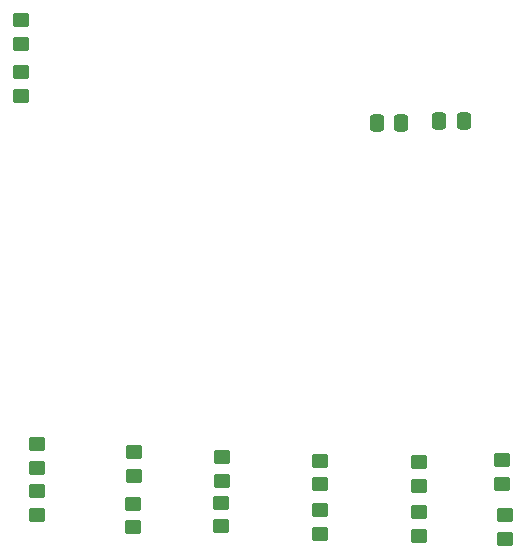
<source format=gbr>
%TF.GenerationSoftware,KiCad,Pcbnew,9.0.4*%
%TF.CreationDate,2025-10-15T08:51:35-06:00*%
%TF.ProjectId,Sumo_RapsPico,53756d6f-5f52-4617-9073-5069636f2e6b,rev?*%
%TF.SameCoordinates,Original*%
%TF.FileFunction,Paste,Bot*%
%TF.FilePolarity,Positive*%
%FSLAX46Y46*%
G04 Gerber Fmt 4.6, Leading zero omitted, Abs format (unit mm)*
G04 Created by KiCad (PCBNEW 9.0.4) date 2025-10-15 08:51:35*
%MOMM*%
%LPD*%
G01*
G04 APERTURE LIST*
G04 Aperture macros list*
%AMRoundRect*
0 Rectangle with rounded corners*
0 $1 Rounding radius*
0 $2 $3 $4 $5 $6 $7 $8 $9 X,Y pos of 4 corners*
0 Add a 4 corners polygon primitive as box body*
4,1,4,$2,$3,$4,$5,$6,$7,$8,$9,$2,$3,0*
0 Add four circle primitives for the rounded corners*
1,1,$1+$1,$2,$3*
1,1,$1+$1,$4,$5*
1,1,$1+$1,$6,$7*
1,1,$1+$1,$8,$9*
0 Add four rect primitives between the rounded corners*
20,1,$1+$1,$2,$3,$4,$5,0*
20,1,$1+$1,$4,$5,$6,$7,0*
20,1,$1+$1,$6,$7,$8,$9,0*
20,1,$1+$1,$8,$9,$2,$3,0*%
G04 Aperture macros list end*
%ADD10RoundRect,0.250000X-0.450000X0.350000X-0.450000X-0.350000X0.450000X-0.350000X0.450000X0.350000X0*%
%ADD11RoundRect,0.250000X0.450000X-0.350000X0.450000X0.350000X-0.450000X0.350000X-0.450000X-0.350000X0*%
%ADD12RoundRect,0.250000X0.337500X0.475000X-0.337500X0.475000X-0.337500X-0.475000X0.337500X-0.475000X0*%
%ADD13RoundRect,0.250000X-0.337500X-0.475000X0.337500X-0.475000X0.337500X0.475000X-0.337500X0.475000X0*%
G04 APERTURE END LIST*
D10*
%TO.C,R2*%
X140600000Y-79700000D03*
X140600000Y-81700000D03*
%TD*%
%TO.C,R8*%
X132230000Y-79570000D03*
X132230000Y-81570000D03*
%TD*%
D11*
%TO.C,R5*%
X106910000Y-48710000D03*
X106910000Y-46710000D03*
%TD*%
%TO.C,R1*%
X140620000Y-85970000D03*
X140620000Y-83970000D03*
%TD*%
D10*
%TO.C,R10*%
X123890000Y-83150000D03*
X123890000Y-85150000D03*
%TD*%
D11*
%TO.C,R7*%
X132230000Y-85800000D03*
X132230000Y-83800000D03*
%TD*%
D12*
%TO.C,C2*%
X144407500Y-50850000D03*
X142332500Y-50850000D03*
%TD*%
D10*
%TO.C,R9*%
X123920000Y-79280000D03*
X123920000Y-81280000D03*
%TD*%
D11*
%TO.C,R3*%
X147910000Y-86180000D03*
X147910000Y-84180000D03*
%TD*%
D10*
%TO.C,R13*%
X108290000Y-78200000D03*
X108290000Y-80200000D03*
%TD*%
D13*
%TO.C,C1*%
X137062500Y-50960000D03*
X139137500Y-50960000D03*
%TD*%
D10*
%TO.C,R6*%
X147660000Y-79560000D03*
X147660000Y-81560000D03*
%TD*%
%TO.C,R12*%
X116430000Y-83210000D03*
X116430000Y-85210000D03*
%TD*%
%TO.C,R11*%
X116460000Y-78850000D03*
X116460000Y-80850000D03*
%TD*%
%TO.C,R14*%
X108290000Y-82150000D03*
X108290000Y-84150000D03*
%TD*%
%TO.C,R4*%
X106920000Y-42280000D03*
X106920000Y-44280000D03*
%TD*%
M02*

</source>
